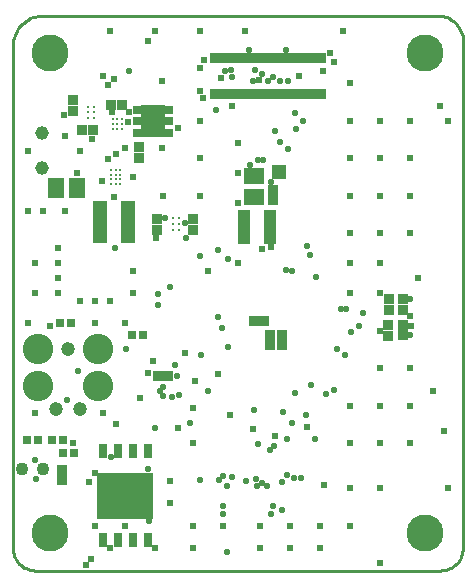
<source format=gbr>
G04 EAGLE Gerber RS-274X export*
G75*
%MOMM*%
%FSLAX34Y34*%
%LPD*%
%INSoldermask Bottom*%
%IPPOS*%
%AMOC8*
5,1,8,0,0,1.08239X$1,22.5*%
G01*
%ADD10C,3.124200*%
%ADD11R,1.653200X1.353200*%
%ADD12R,0.823200X0.823200*%
%ADD13R,1.353200X1.653200*%
%ADD14C,1.193800*%
%ADD15C,2.578100*%
%ADD16R,0.246381X0.787400*%
%ADD17R,9.937600X0.812800*%
%ADD18R,1.168400X3.606800*%
%ADD19R,0.703200X0.703200*%
%ADD20C,1.103200*%
%ADD21C,1.153200*%
%ADD22C,0.304800*%
%ADD23C,0.292100*%
%ADD24C,0.325000*%
%ADD25R,1.203200X1.203200*%
%ADD26R,1.016000X2.870200*%
%ADD27R,0.803200X0.653200*%
%ADD28R,2.003200X2.803200*%
%ADD29R,0.753200X1.203200*%
%ADD30R,4.775200X4.013200*%
%ADD31C,0.606400*%
%ADD32C,0.558800*%
%ADD33C,0.254000*%


D10*
X31750Y31750D03*
X349250Y31750D03*
X349250Y438150D03*
X31750Y438150D03*
D11*
X204216Y315866D03*
X204216Y333866D03*
D12*
X217932Y199572D03*
X217932Y190572D03*
X318262Y220544D03*
X318262Y229544D03*
X41656Y76272D03*
X41656Y85272D03*
X220218Y313508D03*
X220218Y322508D03*
X83130Y394462D03*
X92130Y394462D03*
X67746Y372872D03*
X58746Y372872D03*
X122428Y288362D03*
X122428Y297362D03*
X152400Y288362D03*
X152400Y297362D03*
X330200Y220544D03*
X330200Y229544D03*
X330200Y208208D03*
X330200Y199208D03*
X227838Y199572D03*
X227838Y190572D03*
X318008Y207954D03*
X318008Y198954D03*
X212780Y211074D03*
X203780Y211074D03*
X106426Y349322D03*
X106426Y358322D03*
D13*
X54720Y323596D03*
X36720Y323596D03*
D14*
X46736Y187706D03*
X56886Y136906D03*
X36586Y136906D03*
D15*
X72136Y187706D03*
X72136Y155956D03*
X21336Y155956D03*
X21336Y187706D03*
D16*
X207906Y434467D03*
X203906Y434467D03*
X199906Y434467D03*
X195906Y434467D03*
X191906Y434467D03*
X187906Y434467D03*
X183906Y434467D03*
X179906Y434467D03*
X175906Y434467D03*
X171906Y434467D03*
X167906Y434467D03*
X251906Y434467D03*
X247906Y434467D03*
X243906Y434467D03*
X239906Y434467D03*
X235906Y434467D03*
X231906Y434467D03*
X227906Y434467D03*
X223906Y434467D03*
X219906Y434467D03*
X215906Y434467D03*
X211906Y434467D03*
X203906Y403733D03*
X199906Y403733D03*
X195906Y403733D03*
X191906Y403733D03*
X187906Y403733D03*
X183906Y403733D03*
X179906Y403733D03*
X175906Y403733D03*
X171906Y403733D03*
X167906Y403733D03*
X251906Y403733D03*
X247906Y403733D03*
X243906Y403733D03*
X239906Y403733D03*
X235906Y403733D03*
X231906Y403733D03*
X227906Y403733D03*
X223906Y403733D03*
X219906Y403733D03*
X215906Y403733D03*
X211906Y403733D03*
X207906Y403733D03*
D17*
X215900Y434340D03*
X215900Y403860D03*
D16*
X263906Y434467D03*
X259906Y434467D03*
X255906Y434467D03*
X263906Y403733D03*
X259906Y403733D03*
X255906Y403733D03*
D18*
X97409Y295148D03*
X73787Y295148D03*
D19*
X42744Y99314D03*
X51744Y99314D03*
X21010Y110490D03*
X12010Y110490D03*
X49204Y209296D03*
X40204Y209296D03*
X42092Y110236D03*
X33092Y110236D03*
X100910Y199136D03*
X109910Y199136D03*
D20*
X7764Y85852D03*
X25764Y85852D03*
D21*
X24892Y340854D03*
X24892Y370854D03*
D22*
X91122Y327248D03*
X91122Y331248D03*
X91122Y335248D03*
X91122Y339248D03*
X87122Y327248D03*
X87122Y331248D03*
X87122Y335248D03*
X87122Y339248D03*
X83122Y327248D03*
X83122Y331248D03*
X83122Y335248D03*
X83122Y339248D03*
D23*
X88392Y378206D03*
X92392Y382206D03*
X88392Y382206D03*
X92392Y378206D03*
X84392Y382206D03*
X92392Y374206D03*
X84392Y374206D03*
X84392Y378206D03*
X88392Y374206D03*
D24*
X140676Y288624D03*
X135676Y288624D03*
X140676Y293624D03*
X135676Y293624D03*
X140676Y298624D03*
X135676Y298624D03*
D25*
X225044Y337820D03*
D26*
X195502Y290576D03*
X217502Y290576D03*
D27*
X104864Y370738D03*
X104864Y380238D03*
X104864Y389738D03*
X131864Y389738D03*
X131864Y380238D03*
X131864Y370738D03*
D28*
X118364Y380238D03*
D29*
X76200Y100960D03*
X88900Y100960D03*
X101600Y100960D03*
X114300Y100960D03*
X114300Y26040D03*
X101600Y26040D03*
X88900Y26040D03*
X76200Y26040D03*
D30*
X95250Y63500D03*
D12*
X122500Y165100D03*
X131500Y165100D03*
D24*
X64048Y392858D03*
X69048Y392858D03*
X64048Y387858D03*
X69048Y387858D03*
X64048Y382858D03*
X69048Y382858D03*
D12*
X50800Y389200D03*
X50800Y398200D03*
D31*
X85598Y316484D03*
X87122Y353060D03*
X162052Y432562D03*
D32*
X19304Y77724D03*
X138938Y165100D03*
X114300Y86360D03*
X98552Y423164D03*
X158242Y265938D03*
X336550Y229616D03*
X336550Y199136D03*
X128778Y298450D03*
X123190Y224790D03*
D31*
X311150Y107950D03*
X311150Y69850D03*
X336550Y107950D03*
X285750Y107950D03*
X285750Y69850D03*
X285750Y38100D03*
X260350Y38100D03*
X234950Y38100D03*
X209550Y38100D03*
X177800Y38100D03*
X152400Y38100D03*
X95250Y38100D03*
X82550Y19050D03*
X120650Y19050D03*
X152400Y19050D03*
X209550Y19050D03*
X234950Y19050D03*
X260350Y19050D03*
X311150Y6350D03*
X368300Y69850D03*
X364744Y118110D03*
X336550Y139700D03*
X311150Y139700D03*
X285750Y139700D03*
X311150Y171450D03*
X336550Y171450D03*
X311150Y203200D03*
X311150Y234950D03*
X311150Y260350D03*
X311150Y285750D03*
X311150Y317500D03*
X311150Y349250D03*
X311150Y381000D03*
X285750Y381000D03*
X285750Y349250D03*
X285750Y317500D03*
X285750Y285750D03*
X285750Y260350D03*
X285750Y234950D03*
X336550Y285750D03*
X336550Y317500D03*
X336550Y349250D03*
X336550Y381000D03*
X368300Y381000D03*
X279400Y457200D03*
X196850Y457200D03*
X158750Y457200D03*
X120650Y457200D03*
X82550Y457200D03*
X158750Y425450D03*
X158750Y381000D03*
X158750Y349250D03*
X158750Y317500D03*
X127000Y317500D03*
X25400Y304800D03*
X12700Y304800D03*
X12700Y355600D03*
X285750Y412750D03*
X190500Y361950D03*
X190500Y336550D03*
X190500Y311150D03*
X165100Y254000D03*
X101600Y254000D03*
X101600Y234950D03*
X82550Y228600D03*
X69850Y228600D03*
X57150Y228600D03*
X38100Y234950D03*
X38100Y247650D03*
X38100Y260350D03*
X38100Y273050D03*
X19050Y260350D03*
X19050Y234950D03*
X69850Y209550D03*
X12700Y209550D03*
X19050Y133350D03*
X76200Y133350D03*
X64770Y75184D03*
X133350Y76200D03*
X133350Y57150D03*
X152400Y107950D03*
X139700Y120650D03*
X263144Y72644D03*
X221996Y113792D03*
X203200Y119888D03*
X184150Y131318D03*
X152400Y137668D03*
X154178Y160528D03*
X146050Y184150D03*
X190500Y260350D03*
X242062Y418592D03*
X262382Y422656D03*
X176022Y416814D03*
X85344Y416306D03*
X173736Y166116D03*
X249428Y121158D03*
X342900Y247650D03*
X218186Y273558D03*
X211074Y272542D03*
X337312Y206756D03*
D32*
X18796Y93980D03*
X212090Y347980D03*
X146812Y281940D03*
D31*
X69342Y37846D03*
D32*
X174498Y76454D03*
X177800Y79756D03*
X55372Y168656D03*
X218440Y328930D03*
X95504Y187452D03*
X216154Y414528D03*
X226568Y362966D03*
X181864Y263398D03*
X184912Y423418D03*
X173736Y214376D03*
X173736Y271272D03*
X179832Y423164D03*
X45974Y144780D03*
X217424Y102362D03*
X205994Y77470D03*
D31*
X84002Y388332D03*
D32*
X86106Y273304D03*
X204470Y135890D03*
X123190Y234442D03*
D31*
X61722Y4826D03*
X65971Y10160D03*
X98044Y388366D03*
D32*
X132842Y240284D03*
X181610Y15494D03*
X181610Y71628D03*
X239268Y150622D03*
X247904Y132080D03*
X221488Y105664D03*
X252730Y157480D03*
X207518Y107442D03*
X207518Y347472D03*
X203200Y414528D03*
X204978Y423672D03*
X200152Y440944D03*
X239776Y374142D03*
X211074Y420370D03*
X222250Y372110D03*
X220218Y418084D03*
X177038Y205740D03*
X158242Y76708D03*
X178054Y47752D03*
X178054Y54356D03*
X182118Y189230D03*
X185420Y79248D03*
X197358Y76200D03*
X232410Y110998D03*
X207010Y71628D03*
X296672Y217932D03*
X293116Y207264D03*
X282448Y221234D03*
X233172Y357124D03*
X236220Y253238D03*
X277876Y221488D03*
X248920Y275082D03*
D31*
X97282Y379984D03*
X66802Y365252D03*
X54610Y336550D03*
X185633Y393700D03*
X361950Y393700D03*
X95250Y209550D03*
D32*
X134366Y146812D03*
X83312Y95758D03*
D31*
X126492Y414274D03*
X114300Y448564D03*
X95250Y357378D03*
X161290Y400050D03*
X44450Y304800D03*
X76200Y419100D03*
X44450Y368300D03*
X158750Y406400D03*
D32*
X136906Y173990D03*
X172212Y389636D03*
D31*
X120904Y281686D03*
D32*
X146050Y294132D03*
D31*
X336550Y215900D03*
X355600Y152400D03*
X50800Y107950D03*
X31750Y207264D03*
X271526Y430784D03*
X268224Y438150D03*
X101600Y332994D03*
X80518Y348742D03*
X75184Y329692D03*
X126238Y357378D03*
X139700Y374650D03*
D32*
X124460Y151892D03*
D31*
X69358Y82550D03*
D32*
X150114Y124968D03*
X115062Y41656D03*
X165608Y151638D03*
X127254Y148082D03*
X159258Y182118D03*
X140970Y148336D03*
X120396Y120904D03*
X227584Y51054D03*
X274574Y187960D03*
X220472Y54356D03*
X229108Y133858D03*
X271780Y152908D03*
X227584Y74930D03*
X256032Y111506D03*
X281432Y182118D03*
X237998Y78232D03*
X232410Y80772D03*
X244348Y78740D03*
X286512Y202184D03*
X218694Y47752D03*
X200914Y343154D03*
D31*
X87376Y124460D03*
X80595Y410702D03*
X208026Y415036D03*
X114300Y167386D03*
D32*
X251714Y266954D03*
X231648Y440944D03*
X256286Y248920D03*
X232664Y414528D03*
X226568Y414528D03*
X245618Y381000D03*
X231140Y254508D03*
X239014Y387604D03*
X211074Y74168D03*
X235966Y124968D03*
X215138Y71628D03*
X265430Y149606D03*
D31*
X57150Y355600D03*
D32*
X127254Y155702D03*
X185166Y417830D03*
D31*
X43434Y386080D03*
X107950Y146050D03*
X118505Y177179D03*
D33*
X0Y19050D02*
X73Y17390D01*
X289Y15742D01*
X649Y14120D01*
X1149Y12535D01*
X1785Y10999D01*
X2552Y9525D01*
X3445Y8123D01*
X4457Y6805D01*
X5580Y5580D01*
X6805Y4457D01*
X8123Y3445D01*
X9525Y2552D01*
X10999Y1785D01*
X12535Y1149D01*
X14120Y649D01*
X15742Y289D01*
X17390Y73D01*
X19050Y0D01*
X361950Y0D01*
X363610Y73D01*
X365258Y289D01*
X366881Y649D01*
X368465Y1149D01*
X370001Y1785D01*
X371475Y2552D01*
X372877Y3445D01*
X374195Y4457D01*
X375420Y5580D01*
X376543Y6805D01*
X377555Y8123D01*
X378448Y9525D01*
X379215Y10999D01*
X379851Y12535D01*
X380351Y14120D01*
X380711Y15742D01*
X380928Y17390D01*
X381000Y19050D01*
X381000Y444500D01*
X381192Y446449D01*
X381214Y448408D01*
X381064Y450360D01*
X380746Y452293D01*
X380260Y454190D01*
X379610Y456038D01*
X378802Y457822D01*
X377841Y459529D01*
X376736Y461145D01*
X375493Y462660D01*
X374124Y464060D01*
X372637Y465335D01*
X371045Y466476D01*
X369360Y467474D01*
X367594Y468321D01*
X365761Y469011D01*
X363875Y469539D01*
X361950Y469900D01*
X25400Y469900D01*
X23186Y469803D01*
X20989Y469514D01*
X18826Y469035D01*
X16713Y468368D01*
X14666Y467520D01*
X12700Y466497D01*
X10831Y465306D01*
X9073Y463958D01*
X7440Y462461D01*
X5942Y460827D01*
X4594Y459069D01*
X3403Y457200D01*
X2380Y455235D01*
X1532Y453187D01*
X865Y451074D01*
X386Y448911D01*
X97Y446714D01*
X0Y444500D01*
X0Y19050D01*
M02*

</source>
